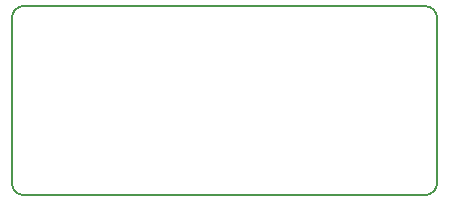
<source format=gbr>
%TF.GenerationSoftware,KiCad,Pcbnew,(5.1.10)-1*%
%TF.CreationDate,2021-08-13T02:35:10+08:00*%
%TF.ProjectId,Pmod-8bitDAC-R-2R,506d6f64-2d38-4626-9974-4441432d522d,rev?*%
%TF.SameCoordinates,Original*%
%TF.FileFunction,Profile,NP*%
%FSLAX46Y46*%
G04 Gerber Fmt 4.6, Leading zero omitted, Abs format (unit mm)*
G04 Created by KiCad (PCBNEW (5.1.10)-1) date 2021-08-13 02:35:10*
%MOMM*%
%LPD*%
G01*
G04 APERTURE LIST*
%TA.AperFunction,Profile*%
%ADD10C,0.200000*%
%TD*%
G04 APERTURE END LIST*
D10*
X148170900Y-112698500D02*
X114170900Y-112698500D01*
X148170900Y-112698500D02*
G75*
G02*
X149170900Y-113698500I0J-1000000D01*
G01*
X114170900Y-128698500D02*
X148170900Y-128698500D01*
X114170900Y-128698500D02*
G75*
G02*
X113170900Y-127698500I0J1000000D01*
G01*
X149170900Y-127698500D02*
X149170900Y-113698500D01*
X113170900Y-113698500D02*
G75*
G02*
X114170900Y-112698500I1000000J0D01*
G01*
X113170900Y-113698500D02*
X113170900Y-127698500D01*
X149170900Y-127698500D02*
G75*
G02*
X148170900Y-128698500I-1000000J0D01*
G01*
M02*

</source>
